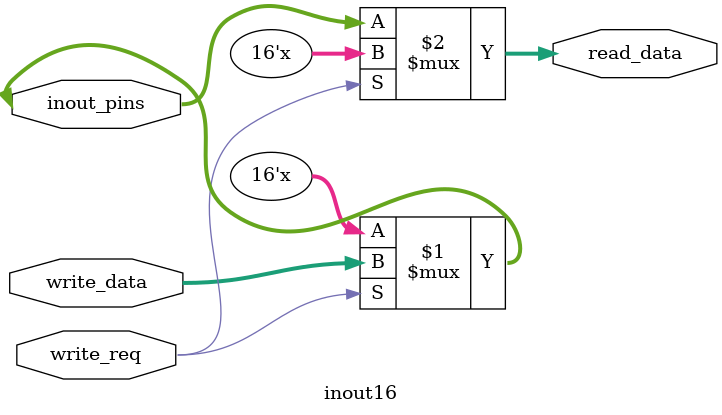
<source format=v>
module inout16 (
	inout wire [15:0] inout_pins,

	input wire [15:0] write_data,
	output wire [15:0] read_data,
	input wire write_req
	);

	assign inout_pins = (write_req ? write_data : 16'hzzzz);
	assign read_data = (write_req ? 16'hxxxx : inout_pins);
endmodule

</source>
